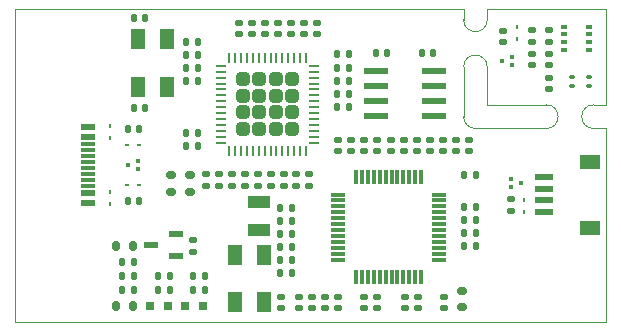
<source format=gbr>
%TF.GenerationSoftware,KiCad,Pcbnew,6.0.10-86aedd382b~118~ubuntu22.04.1*%
%TF.CreationDate,2023-01-11T10:16:45+01:00*%
%TF.ProjectId,nuc-compute-cluster-environment-sensor,6e75632d-636f-46d7-9075-74652d636c75,rev?*%
%TF.SameCoordinates,Original*%
%TF.FileFunction,Paste,Top*%
%TF.FilePolarity,Positive*%
%FSLAX46Y46*%
G04 Gerber Fmt 4.6, Leading zero omitted, Abs format (unit mm)*
G04 Created by KiCad (PCBNEW 6.0.10-86aedd382b~118~ubuntu22.04.1) date 2023-01-11 10:16:45 commit a17aeb8*
%MOMM*%
%LPD*%
G01*
G04 APERTURE LIST*
G04 Aperture macros list*
%AMRoundRect*
0 Rectangle with rounded corners*
0 $1 Rounding radius*
0 $2 $3 $4 $5 $6 $7 $8 $9 X,Y pos of 4 corners*
0 Add a 4 corners polygon primitive as box body*
4,1,4,$2,$3,$4,$5,$6,$7,$8,$9,$2,$3,0*
0 Add four circle primitives for the rounded corners*
1,1,$1+$1,$2,$3*
1,1,$1+$1,$4,$5*
1,1,$1+$1,$6,$7*
1,1,$1+$1,$8,$9*
0 Add four rect primitives between the rounded corners*
20,1,$1+$1,$2,$3,$4,$5,0*
20,1,$1+$1,$4,$5,$6,$7,0*
20,1,$1+$1,$6,$7,$8,$9,0*
20,1,$1+$1,$8,$9,$2,$3,0*%
G04 Aperture macros list end*
%TA.AperFunction,Profile*%
%ADD10C,0.100000*%
%TD*%
%ADD11R,1.900000X1.100000*%
%ADD12R,2.000000X0.600000*%
%ADD13RoundRect,0.062500X0.062500X-0.117500X0.062500X0.117500X-0.062500X0.117500X-0.062500X-0.117500X0*%
%ADD14RoundRect,0.147500X-0.147500X-0.172500X0.147500X-0.172500X0.147500X0.172500X-0.147500X0.172500X0*%
%ADD15R,1.150000X0.600000*%
%ADD16R,1.150000X0.300000*%
%ADD17RoundRect,0.147500X0.147500X0.172500X-0.147500X0.172500X-0.147500X-0.172500X0.147500X-0.172500X0*%
%ADD18RoundRect,0.250000X-0.315000X-0.315000X0.315000X-0.315000X0.315000X0.315000X-0.315000X0.315000X0*%
%ADD19RoundRect,0.062500X-0.375000X-0.062500X0.375000X-0.062500X0.375000X0.062500X-0.375000X0.062500X0*%
%ADD20RoundRect,0.062500X-0.062500X-0.375000X0.062500X-0.375000X0.062500X0.375000X-0.062500X0.375000X0*%
%ADD21R,1.550000X0.600000*%
%ADD22R,1.800000X1.200000*%
%ADD23R,0.300000X0.300000*%
%ADD24RoundRect,0.147500X0.172500X-0.147500X0.172500X0.147500X-0.172500X0.147500X-0.172500X-0.147500X0*%
%ADD25RoundRect,0.147500X-0.172500X0.147500X-0.172500X-0.147500X0.172500X-0.147500X0.172500X0.147500X0*%
%ADD26R,0.500000X0.350000*%
%ADD27RoundRect,0.120000X0.280000X-0.180000X0.280000X0.180000X-0.280000X0.180000X-0.280000X-0.180000X0*%
%ADD28RoundRect,0.075000X0.175000X0.075000X-0.175000X0.075000X-0.175000X-0.075000X0.175000X-0.075000X0*%
%ADD29R,1.200000X1.800000*%
%ADD30RoundRect,0.120000X0.180000X0.280000X-0.180000X0.280000X-0.180000X-0.280000X0.180000X-0.280000X0*%
%ADD31R,1.300000X0.600000*%
%ADD32R,0.800000X0.800000*%
%ADD33RoundRect,0.062500X0.117500X0.062500X-0.117500X0.062500X-0.117500X-0.062500X0.117500X-0.062500X0*%
%ADD34RoundRect,0.062500X-0.062500X0.117500X-0.062500X-0.117500X0.062500X-0.117500X0.062500X0.117500X0*%
%ADD35R,1.200000X0.300000*%
%ADD36R,0.300000X1.200000*%
G04 APERTURE END LIST*
D10*
X50000000Y18350000D02*
X50000000Y26500000D01*
X48950000Y18350000D02*
G75*
G03*
X48950000Y16350000I0J-1000000D01*
G01*
X44950000Y16350000D02*
G75*
G03*
X44950000Y18350000I0J1000000D01*
G01*
X50000000Y16350000D02*
X50000000Y0D01*
X39950000Y26500000D02*
X50000000Y26500000D01*
X0Y26500000D02*
X0Y0D01*
X48950000Y16350000D02*
X50000000Y16350000D01*
X37950000Y26500000D02*
X0Y26500000D01*
X37948194Y17351594D02*
G75*
G03*
X38948209Y16351594I1000006J6D01*
G01*
X39950000Y18350000D02*
X44950000Y18350000D01*
X39950000Y18350000D02*
X39950000Y21550000D01*
X37950000Y25550000D02*
X37950000Y26500000D01*
X37950000Y21550000D02*
X37948209Y17351594D01*
X39950000Y21550000D02*
G75*
G03*
X37950000Y21550000I-1000000J0D01*
G01*
X48950000Y18350000D02*
X50000000Y18350000D01*
X39950000Y25550000D02*
X39950000Y26500000D01*
X37950000Y25550000D02*
G75*
G03*
X39950000Y25550000I1000000J0D01*
G01*
X38948209Y16351594D02*
X44950000Y16350000D01*
X0Y0D02*
X50000000Y0D01*
D11*
%TO.C,Y2*%
X20650000Y10155000D03*
X20650000Y7745000D03*
%TD*%
D12*
%TO.C,U4*%
X30500000Y21255000D03*
X30500000Y19985000D03*
X30500000Y18715000D03*
X30500000Y17445000D03*
X35400000Y17445000D03*
X35400000Y18715000D03*
X35400000Y19985000D03*
X35400000Y21255000D03*
%TD*%
D13*
%TO.C,D1*%
X8035000Y15540000D03*
X8035000Y16560000D03*
%TD*%
D14*
%TO.C,C10*%
X14465000Y16000000D03*
X15435000Y16000000D03*
%TD*%
%TO.C,C20*%
X12115000Y3850000D03*
X13085000Y3850000D03*
%TD*%
D15*
%TO.C,J1*%
X6140000Y16450000D03*
X6140000Y15650000D03*
D16*
X6140000Y14500000D03*
X6140000Y13500000D03*
X6140000Y13000000D03*
X6140000Y12000000D03*
D15*
X6140000Y10850000D03*
X6140000Y10050000D03*
X6140000Y10050000D03*
X6140000Y10850000D03*
D16*
X6140000Y11500000D03*
X6140000Y12500000D03*
X6140000Y14000000D03*
X6140000Y15000000D03*
D15*
X6140000Y15650000D03*
X6140000Y16450000D03*
%TD*%
D17*
%TO.C,C11*%
X28235000Y20400000D03*
X27265000Y20400000D03*
%TD*%
D14*
%TO.C,R3*%
X9500000Y10200000D03*
X10470000Y10200000D03*
%TD*%
D17*
%TO.C,C5*%
X15435000Y21450000D03*
X14465000Y21450000D03*
%TD*%
D18*
%TO.C,U1*%
X22050000Y17700000D03*
X23450000Y17700000D03*
X23450000Y19100000D03*
X23450000Y20500000D03*
X20650000Y16300000D03*
X19250000Y19100000D03*
X19250000Y20500000D03*
X19250000Y16300000D03*
X22050000Y19100000D03*
X22050000Y16300000D03*
X19250000Y17700000D03*
X22050000Y20500000D03*
X23450000Y16300000D03*
X20650000Y19100000D03*
X20650000Y17700000D03*
X20650000Y20500000D03*
D19*
X17412500Y21650000D03*
X17412500Y21150000D03*
X17412500Y20650000D03*
X17412500Y20150000D03*
X17412500Y19650000D03*
X17412500Y19150000D03*
X17412500Y18650000D03*
X17412500Y18150000D03*
X17412500Y17650000D03*
X17412500Y17150000D03*
X17412500Y16650000D03*
X17412500Y16150000D03*
X17412500Y15650000D03*
X17412500Y15150000D03*
D20*
X18100000Y14462500D03*
X18600000Y14462500D03*
X19100000Y14462500D03*
X19600000Y14462500D03*
X20100000Y14462500D03*
X20600000Y14462500D03*
X21100000Y14462500D03*
X21600000Y14462500D03*
X22100000Y14462500D03*
X22600000Y14462500D03*
X23100000Y14462500D03*
X23600000Y14462500D03*
X24100000Y14462500D03*
X24600000Y14462500D03*
D19*
X25287500Y15150000D03*
X25287500Y15650000D03*
X25287500Y16150000D03*
X25287500Y16650000D03*
X25287500Y17150000D03*
X25287500Y17650000D03*
X25287500Y18150000D03*
X25287500Y18650000D03*
X25287500Y19150000D03*
X25287500Y19650000D03*
X25287500Y20150000D03*
X25287500Y20650000D03*
X25287500Y21150000D03*
X25287500Y21650000D03*
D20*
X24600000Y22337500D03*
X24100000Y22337500D03*
X23600000Y22337500D03*
X23100000Y22337500D03*
X22600000Y22337500D03*
X22100000Y22337500D03*
X21600000Y22337500D03*
X21100000Y22337500D03*
X20600000Y22337500D03*
X20100000Y22337500D03*
X19600000Y22337500D03*
X19100000Y22337500D03*
X18600000Y22337500D03*
X18100000Y22337500D03*
%TD*%
D21*
%TO.C,J2*%
X44785000Y9250000D03*
X44785000Y10250000D03*
X44785000Y11250000D03*
X44785000Y12250000D03*
D22*
X48660000Y7950000D03*
X48660000Y13550000D03*
%TD*%
D17*
%TO.C,R40*%
X38985000Y6400000D03*
X38015000Y6400000D03*
%TD*%
D14*
%TO.C,C19*%
X12115000Y2700000D03*
X13085000Y2700000D03*
%TD*%
D23*
%TO.C,D5*%
X10410000Y12900000D03*
X10410000Y13600000D03*
X9560000Y13250000D03*
%TD*%
D24*
%TO.C,R25*%
X16100000Y11515000D03*
X16100000Y12485000D03*
%TD*%
D17*
%TO.C,R20*%
X16035000Y2700000D03*
X15065000Y2700000D03*
%TD*%
D25*
%TO.C,R6*%
X18900000Y25285000D03*
X18900000Y24315000D03*
%TD*%
D14*
%TO.C,C28*%
X22425000Y7400000D03*
X23395000Y7400000D03*
%TD*%
D24*
%TO.C,C36*%
X29550000Y1115000D03*
X29550000Y2085000D03*
%TD*%
D14*
%TO.C,C18*%
X10015000Y18100000D03*
X10985000Y18100000D03*
%TD*%
%TO.C,C30*%
X34415000Y22750000D03*
X35385000Y22750000D03*
%TD*%
D25*
%TO.C,R5*%
X20000000Y25285000D03*
X20000000Y24315000D03*
%TD*%
D26*
%TO.C,U6*%
X48525000Y24975000D03*
X48525000Y24325000D03*
X48525000Y23675000D03*
X48525000Y23025000D03*
X46475001Y23025000D03*
X46475001Y23675000D03*
X46475001Y24325000D03*
X46475001Y24975000D03*
%TD*%
D17*
%TO.C,R7*%
X16035000Y3850000D03*
X15065000Y3850000D03*
%TD*%
D25*
%TO.C,R15*%
X24900000Y12485000D03*
X24900000Y11515000D03*
%TD*%
D24*
%TO.C,R26*%
X36200000Y14415000D03*
X36200000Y15385000D03*
%TD*%
D14*
%TO.C,R23*%
X38015000Y7500000D03*
X38985000Y7500000D03*
%TD*%
D24*
%TO.C,C8*%
X21100000Y24315000D03*
X21100000Y25285000D03*
%TD*%
%TO.C,R17*%
X25150000Y1115000D03*
X25150000Y2085000D03*
%TD*%
%TO.C,C23*%
X29550000Y14415000D03*
X29550000Y15385000D03*
%TD*%
D27*
%TO.C,FB1*%
X13150000Y11000000D03*
X13150000Y12400000D03*
%TD*%
D28*
%TO.C,U5*%
X48550000Y19915000D03*
X48550000Y20715000D03*
X47150000Y20715000D03*
X47150000Y19915000D03*
%TD*%
D24*
%TO.C,C29*%
X36250000Y1115000D03*
X36250000Y2085000D03*
%TD*%
D17*
%TO.C,R22*%
X23395000Y8500000D03*
X22425000Y8500000D03*
%TD*%
D25*
%TO.C,R13*%
X22700000Y12485000D03*
X22700000Y11515000D03*
%TD*%
%TO.C,C22*%
X15050000Y6885000D03*
X15050000Y5915000D03*
%TD*%
D29*
%TO.C,Y3*%
X21010000Y1650000D03*
X21010000Y5650000D03*
X18610000Y5650000D03*
X18610000Y1650000D03*
%TD*%
D24*
%TO.C,C38*%
X45150000Y19680000D03*
X45150000Y20650000D03*
%TD*%
D30*
%TO.C,FB3*%
X9950000Y6400000D03*
X8550000Y6400000D03*
%TD*%
D25*
%TO.C,R37*%
X43750000Y22650000D03*
X43750000Y21680000D03*
%TD*%
D24*
%TO.C,R16*%
X26250000Y1115000D03*
X26250000Y2085000D03*
%TD*%
D31*
%TO.C,U2*%
X13600000Y5550000D03*
X13600000Y7450000D03*
X11500000Y6500000D03*
%TD*%
D14*
%TO.C,C6*%
X14465000Y14900000D03*
X15435000Y14900000D03*
%TD*%
%TO.C,C33*%
X22440000Y4100000D03*
X23410000Y4100000D03*
%TD*%
D17*
%TO.C,R35*%
X28235000Y19300000D03*
X27265000Y19300000D03*
%TD*%
D25*
%TO.C,C37*%
X41250000Y24635000D03*
X41250000Y23665000D03*
%TD*%
D27*
%TO.C,FB2*%
X14750000Y11000000D03*
X14750000Y12400000D03*
%TD*%
D29*
%TO.C,Y1*%
X12800000Y19900000D03*
X12800000Y23900000D03*
X10400000Y23900000D03*
X10400000Y19900000D03*
%TD*%
D17*
%TO.C,R31*%
X28235000Y21500000D03*
X27265000Y21500000D03*
%TD*%
D32*
%TO.C,LD1*%
X11400000Y1300000D03*
X12900000Y1300000D03*
%TD*%
D24*
%TO.C,C32*%
X34050000Y1115000D03*
X34050000Y2085000D03*
%TD*%
D23*
%TO.C,D6*%
X41925000Y12100000D03*
X41925000Y11400000D03*
X42775000Y11750000D03*
%TD*%
D14*
%TO.C,C26*%
X22425000Y9600000D03*
X23395000Y9600000D03*
%TD*%
D25*
%TO.C,C31*%
X32950000Y2085000D03*
X32950000Y1115000D03*
%TD*%
D24*
%TO.C,C2*%
X22200000Y24315000D03*
X22200000Y25285000D03*
%TD*%
D25*
%TO.C,R9*%
X37300000Y15385000D03*
X37300000Y14415000D03*
%TD*%
%TO.C,C21*%
X28450000Y15385000D03*
X28450000Y14415000D03*
%TD*%
D24*
%TO.C,C24*%
X41985000Y9365000D03*
X41985000Y10335000D03*
%TD*%
%TO.C,C1*%
X17200000Y11515000D03*
X17200000Y12485000D03*
%TD*%
D17*
%TO.C,R28*%
X23410000Y5200000D03*
X22440000Y5200000D03*
%TD*%
D14*
%TO.C,R24*%
X38015000Y8600000D03*
X38985000Y8600000D03*
%TD*%
D24*
%TO.C,C12*%
X25500000Y24315000D03*
X25500000Y25285000D03*
%TD*%
D14*
%TO.C,C35*%
X22440000Y6300000D03*
X23410000Y6300000D03*
%TD*%
D24*
%TO.C,C7*%
X23300000Y24315000D03*
X23300000Y25285000D03*
%TD*%
D33*
%TO.C,D4*%
X10495000Y11550000D03*
X9475000Y11550000D03*
%TD*%
%TO.C,D3*%
X10495000Y14950000D03*
X9475000Y14950000D03*
%TD*%
D17*
%TO.C,R27*%
X31485000Y22750000D03*
X30515000Y22750000D03*
%TD*%
D27*
%TO.C,FB5*%
X37800000Y1200000D03*
X37800000Y2600000D03*
%TD*%
D23*
%TO.C,D8*%
X42025000Y21700000D03*
X42025000Y22400000D03*
X41175000Y22050000D03*
%TD*%
D17*
%TO.C,C27*%
X38985000Y12400000D03*
X38015000Y12400000D03*
%TD*%
D14*
%TO.C,R2*%
X9500000Y16300000D03*
X10470000Y16300000D03*
%TD*%
D24*
%TO.C,R21*%
X22500000Y1115000D03*
X22500000Y2085000D03*
%TD*%
D14*
%TO.C,R36*%
X27265000Y18200000D03*
X28235000Y18200000D03*
%TD*%
D17*
%TO.C,R39*%
X38985000Y9700000D03*
X38015000Y9700000D03*
%TD*%
D24*
%TO.C,R18*%
X24050000Y1115000D03*
X24050000Y2085000D03*
%TD*%
D13*
%TO.C,D9*%
X42500000Y23890000D03*
X42500000Y24910000D03*
%TD*%
D25*
%TO.C,R10*%
X38400000Y15385000D03*
X38400000Y14415000D03*
%TD*%
D24*
%TO.C,C25*%
X30650000Y14415000D03*
X30650000Y15385000D03*
%TD*%
D25*
%TO.C,R12*%
X21600000Y12485000D03*
X21600000Y11515000D03*
%TD*%
%TO.C,C3*%
X18300000Y12485000D03*
X18300000Y11515000D03*
%TD*%
D14*
%TO.C,C4*%
X9065000Y3850000D03*
X10035000Y3850000D03*
%TD*%
D24*
%TO.C,R8*%
X19400000Y11515000D03*
X19400000Y12485000D03*
%TD*%
%TO.C,R34*%
X34000000Y14415000D03*
X34000000Y15385000D03*
%TD*%
D17*
%TO.C,C9*%
X15435000Y20350000D03*
X14465000Y20350000D03*
%TD*%
D25*
%TO.C,C34*%
X30650000Y2085000D03*
X30650000Y1115000D03*
%TD*%
D24*
%TO.C,R33*%
X35100000Y14415000D03*
X35100000Y15385000D03*
%TD*%
%TO.C,R30*%
X31800000Y14415000D03*
X31800000Y15385000D03*
%TD*%
D14*
%TO.C,C16*%
X9065000Y2700000D03*
X10035000Y2700000D03*
%TD*%
D24*
%TO.C,R11*%
X20500000Y11515000D03*
X20500000Y12485000D03*
%TD*%
D30*
%TO.C,FB4*%
X9950000Y1300000D03*
X8550000Y1300000D03*
%TD*%
D25*
%TO.C,C40*%
X45150000Y22650000D03*
X45150000Y21680000D03*
%TD*%
D14*
%TO.C,R32*%
X27265000Y22650000D03*
X28235000Y22650000D03*
%TD*%
D34*
%TO.C,D7*%
X43085000Y10260000D03*
X43085000Y9240000D03*
%TD*%
D17*
%TO.C,C15*%
X15435000Y23650000D03*
X14465000Y23650000D03*
%TD*%
D24*
%TO.C,C13*%
X24400000Y24315000D03*
X24400000Y25285000D03*
%TD*%
%TO.C,R19*%
X27350000Y1115000D03*
X27350000Y2085000D03*
%TD*%
D25*
%TO.C,R38*%
X43750000Y24650000D03*
X43750000Y23680000D03*
%TD*%
D14*
%TO.C,R4*%
X14465000Y22550000D03*
X15435000Y22550000D03*
%TD*%
D25*
%TO.C,C17*%
X27350000Y15385000D03*
X27350000Y14415000D03*
%TD*%
D17*
%TO.C,C14*%
X10985000Y25700000D03*
X10015000Y25700000D03*
%TD*%
D14*
%TO.C,R1*%
X9065000Y5000000D03*
X10035000Y5000000D03*
%TD*%
D25*
%TO.C,R14*%
X23800000Y12485000D03*
X23800000Y11515000D03*
%TD*%
D24*
%TO.C,R29*%
X32900000Y14415000D03*
X32900000Y15385000D03*
%TD*%
D32*
%TO.C,LD2*%
X14350000Y1300000D03*
X15850000Y1300000D03*
%TD*%
D24*
%TO.C,C39*%
X45150000Y23680000D03*
X45150000Y24650000D03*
%TD*%
D35*
%TO.C,U3*%
X27350000Y10750000D03*
X27350000Y10250000D03*
X27350000Y9750000D03*
X27350000Y9250000D03*
X27350000Y8750000D03*
X27350000Y8250000D03*
X27350000Y7750000D03*
X27350000Y7250000D03*
X27350000Y6750000D03*
X27350000Y6250000D03*
X27350000Y5750000D03*
X27350000Y5250000D03*
D36*
X28850000Y3750000D03*
X29350000Y3750000D03*
X29850000Y3750000D03*
X30350000Y3750000D03*
X30850000Y3750000D03*
X31350000Y3750000D03*
X31850000Y3750000D03*
X32350000Y3750000D03*
X32850000Y3750000D03*
X33350000Y3750000D03*
X33850000Y3750000D03*
X34350000Y3750000D03*
D35*
X35850000Y5250000D03*
X35850000Y5750000D03*
X35850000Y6250000D03*
X35850000Y6750000D03*
X35850000Y7250000D03*
X35850000Y7750000D03*
X35850000Y8250000D03*
X35850000Y8750000D03*
X35850000Y9250000D03*
X35850000Y9750000D03*
X35850000Y10250000D03*
X35850000Y10750000D03*
D36*
X34350000Y12250000D03*
X33850000Y12250000D03*
X33350000Y12250000D03*
X32850000Y12250000D03*
X32350000Y12250000D03*
X31850000Y12250000D03*
X31350000Y12250000D03*
X30850000Y12250000D03*
X30350000Y12250000D03*
X29850000Y12250000D03*
X29350000Y12250000D03*
X28850000Y12250000D03*
%TD*%
D34*
%TO.C,D2*%
X8035000Y10960000D03*
X8035000Y9940000D03*
%TD*%
M02*

</source>
